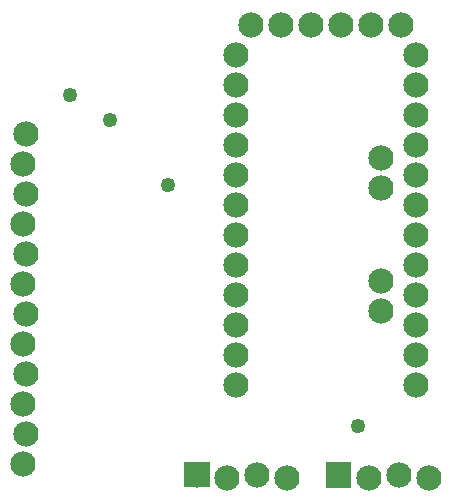
<source format=gts>
G04 MADE WITH FRITZING*
G04 WWW.FRITZING.ORG*
G04 DOUBLE SIDED*
G04 HOLES PLATED*
G04 CONTOUR ON CENTER OF CONTOUR VECTOR*
%ASAXBY*%
%FSLAX23Y23*%
%MOIN*%
%OFA0B0*%
%SFA1.0B1.0*%
%ADD10C,0.049370*%
%ADD11C,0.084000*%
%ADD12R,0.001000X0.001000*%
%LNMASK1*%
G90*
G70*
G54D10*
X402Y1322D03*
X270Y1406D03*
X1230Y302D03*
X594Y1106D03*
G54D11*
X1371Y1641D03*
X1271Y1641D03*
X1171Y1641D03*
X1071Y1641D03*
X971Y1641D03*
X871Y1641D03*
X1306Y1096D03*
X1306Y1196D03*
X1306Y686D03*
X1306Y786D03*
X1421Y1541D03*
X1421Y1441D03*
X1421Y1341D03*
X1421Y1241D03*
X1421Y1141D03*
X1421Y1041D03*
X1421Y941D03*
X1421Y841D03*
X1421Y741D03*
X1421Y641D03*
X1421Y541D03*
X1421Y441D03*
X821Y441D03*
X821Y541D03*
X821Y641D03*
X821Y741D03*
X821Y841D03*
X821Y941D03*
X821Y1041D03*
X821Y1141D03*
X821Y1241D03*
X821Y1341D03*
X821Y1441D03*
X821Y1541D03*
X121Y1276D03*
X113Y1176D03*
X121Y1076D03*
X113Y976D03*
X121Y876D03*
X113Y776D03*
X121Y676D03*
X113Y576D03*
X121Y476D03*
X113Y376D03*
X121Y276D03*
X113Y176D03*
X121Y1276D03*
X113Y1176D03*
X121Y1076D03*
X113Y976D03*
X121Y876D03*
X113Y776D03*
X121Y676D03*
X113Y576D03*
X121Y476D03*
X113Y376D03*
X121Y276D03*
X113Y176D03*
X692Y139D03*
X792Y129D03*
X892Y139D03*
X992Y129D03*
X692Y139D03*
X792Y129D03*
X892Y139D03*
X992Y129D03*
X1164Y138D03*
X1264Y128D03*
X1364Y138D03*
X1464Y128D03*
X1164Y138D03*
X1264Y128D03*
X1364Y138D03*
X1464Y128D03*
G54D12*
X650Y182D02*
X733Y182D01*
X650Y181D02*
X733Y181D01*
X1122Y181D02*
X1204Y181D01*
X650Y180D02*
X733Y180D01*
X1121Y180D02*
X1204Y180D01*
X650Y179D02*
X733Y179D01*
X1121Y179D02*
X1204Y179D01*
X650Y178D02*
X733Y178D01*
X1121Y178D02*
X1204Y178D01*
X650Y177D02*
X733Y177D01*
X1121Y177D02*
X1204Y177D01*
X650Y176D02*
X733Y176D01*
X1121Y176D02*
X1204Y176D01*
X650Y175D02*
X733Y175D01*
X1121Y175D02*
X1204Y175D01*
X650Y174D02*
X733Y174D01*
X1121Y174D02*
X1204Y174D01*
X650Y173D02*
X733Y173D01*
X1121Y173D02*
X1204Y173D01*
X650Y172D02*
X733Y172D01*
X1121Y172D02*
X1204Y172D01*
X650Y171D02*
X733Y171D01*
X1121Y171D02*
X1204Y171D01*
X650Y170D02*
X733Y170D01*
X1121Y170D02*
X1204Y170D01*
X650Y169D02*
X733Y169D01*
X1121Y169D02*
X1204Y169D01*
X650Y168D02*
X733Y168D01*
X1121Y168D02*
X1204Y168D01*
X650Y167D02*
X733Y167D01*
X1121Y167D02*
X1204Y167D01*
X650Y166D02*
X733Y166D01*
X1121Y166D02*
X1204Y166D01*
X650Y165D02*
X733Y165D01*
X1121Y165D02*
X1204Y165D01*
X650Y164D02*
X733Y164D01*
X1121Y164D02*
X1204Y164D01*
X650Y163D02*
X733Y163D01*
X1121Y163D02*
X1204Y163D01*
X650Y162D02*
X733Y162D01*
X1121Y162D02*
X1204Y162D01*
X650Y161D02*
X733Y161D01*
X1121Y161D02*
X1204Y161D01*
X650Y160D02*
X733Y160D01*
X1121Y160D02*
X1204Y160D01*
X650Y159D02*
X733Y159D01*
X1121Y159D02*
X1204Y159D01*
X650Y158D02*
X733Y158D01*
X1121Y158D02*
X1204Y158D01*
X650Y157D02*
X733Y157D01*
X1121Y157D02*
X1204Y157D01*
X650Y156D02*
X733Y156D01*
X1121Y156D02*
X1204Y156D01*
X650Y155D02*
X687Y155D01*
X695Y155D02*
X733Y155D01*
X1121Y155D02*
X1204Y155D01*
X650Y154D02*
X684Y154D01*
X698Y154D02*
X733Y154D01*
X1121Y154D02*
X1160Y154D01*
X1165Y154D02*
X1204Y154D01*
X650Y153D02*
X682Y153D01*
X700Y153D02*
X733Y153D01*
X1121Y153D02*
X1156Y153D01*
X1169Y153D02*
X1204Y153D01*
X650Y152D02*
X681Y152D01*
X701Y152D02*
X733Y152D01*
X1121Y152D02*
X1155Y152D01*
X1171Y152D02*
X1204Y152D01*
X650Y151D02*
X680Y151D01*
X702Y151D02*
X733Y151D01*
X1121Y151D02*
X1153Y151D01*
X1172Y151D02*
X1204Y151D01*
X650Y150D02*
X679Y150D01*
X703Y150D02*
X733Y150D01*
X1121Y150D02*
X1152Y150D01*
X1174Y150D02*
X1204Y150D01*
X650Y149D02*
X678Y149D01*
X704Y149D02*
X733Y149D01*
X1121Y149D02*
X1151Y149D01*
X1175Y149D02*
X1204Y149D01*
X650Y148D02*
X678Y148D01*
X705Y148D02*
X733Y148D01*
X1121Y148D02*
X1150Y148D01*
X1175Y148D02*
X1204Y148D01*
X650Y147D02*
X677Y147D01*
X705Y147D02*
X733Y147D01*
X1121Y147D02*
X1150Y147D01*
X1176Y147D02*
X1204Y147D01*
X650Y146D02*
X677Y146D01*
X706Y146D02*
X733Y146D01*
X1121Y146D02*
X1149Y146D01*
X1177Y146D02*
X1204Y146D01*
X650Y145D02*
X676Y145D01*
X706Y145D02*
X733Y145D01*
X1121Y145D02*
X1148Y145D01*
X1177Y145D02*
X1204Y145D01*
X650Y144D02*
X676Y144D01*
X706Y144D02*
X733Y144D01*
X1121Y144D02*
X1148Y144D01*
X1178Y144D02*
X1204Y144D01*
X650Y143D02*
X676Y143D01*
X706Y143D02*
X733Y143D01*
X1121Y143D02*
X1148Y143D01*
X1178Y143D02*
X1204Y143D01*
X650Y142D02*
X676Y142D01*
X706Y142D02*
X733Y142D01*
X1121Y142D02*
X1148Y142D01*
X1178Y142D02*
X1204Y142D01*
X650Y141D02*
X676Y141D01*
X707Y141D02*
X733Y141D01*
X1121Y141D02*
X1147Y141D01*
X1178Y141D02*
X1204Y141D01*
X650Y140D02*
X676Y140D01*
X707Y140D02*
X733Y140D01*
X1121Y140D02*
X1147Y140D01*
X1178Y140D02*
X1204Y140D01*
X650Y139D02*
X676Y139D01*
X706Y139D02*
X733Y139D01*
X1121Y139D02*
X1147Y139D01*
X1178Y139D02*
X1204Y139D01*
X650Y138D02*
X676Y138D01*
X706Y138D02*
X733Y138D01*
X1121Y138D02*
X1147Y138D01*
X1178Y138D02*
X1204Y138D01*
X650Y137D02*
X676Y137D01*
X706Y137D02*
X733Y137D01*
X1121Y137D02*
X1148Y137D01*
X1178Y137D02*
X1204Y137D01*
X650Y136D02*
X676Y136D01*
X706Y136D02*
X733Y136D01*
X1121Y136D02*
X1148Y136D01*
X1178Y136D02*
X1204Y136D01*
X650Y135D02*
X677Y135D01*
X706Y135D02*
X733Y135D01*
X1121Y135D02*
X1148Y135D01*
X1178Y135D02*
X1204Y135D01*
X650Y134D02*
X677Y134D01*
X705Y134D02*
X733Y134D01*
X1121Y134D02*
X1148Y134D01*
X1177Y134D02*
X1204Y134D01*
X650Y133D02*
X678Y133D01*
X705Y133D02*
X733Y133D01*
X1121Y133D02*
X1149Y133D01*
X1177Y133D02*
X1204Y133D01*
X650Y132D02*
X678Y132D01*
X704Y132D02*
X733Y132D01*
X1121Y132D02*
X1149Y132D01*
X1177Y132D02*
X1204Y132D01*
X650Y131D02*
X679Y131D01*
X703Y131D02*
X733Y131D01*
X1121Y131D02*
X1150Y131D01*
X1176Y131D02*
X1204Y131D01*
X650Y130D02*
X680Y130D01*
X702Y130D02*
X733Y130D01*
X1121Y130D02*
X1150Y130D01*
X1175Y130D02*
X1204Y130D01*
X650Y129D02*
X681Y129D01*
X701Y129D02*
X733Y129D01*
X1121Y129D02*
X1151Y129D01*
X1174Y129D02*
X1204Y129D01*
X650Y128D02*
X682Y128D01*
X700Y128D02*
X733Y128D01*
X1121Y128D02*
X1152Y128D01*
X1173Y128D02*
X1204Y128D01*
X650Y127D02*
X684Y127D01*
X698Y127D02*
X733Y127D01*
X1121Y127D02*
X1154Y127D01*
X1172Y127D02*
X1204Y127D01*
X650Y126D02*
X686Y126D01*
X696Y126D02*
X733Y126D01*
X1121Y126D02*
X1155Y126D01*
X1171Y126D02*
X1204Y126D01*
X650Y125D02*
X733Y125D01*
X1121Y125D02*
X1157Y125D01*
X1168Y125D02*
X1204Y125D01*
X650Y124D02*
X733Y124D01*
X1121Y124D02*
X1204Y124D01*
X650Y123D02*
X733Y123D01*
X1121Y123D02*
X1204Y123D01*
X650Y122D02*
X733Y122D01*
X1121Y122D02*
X1204Y122D01*
X650Y121D02*
X733Y121D01*
X1121Y121D02*
X1204Y121D01*
X650Y120D02*
X733Y120D01*
X1121Y120D02*
X1204Y120D01*
X650Y119D02*
X733Y119D01*
X1121Y119D02*
X1204Y119D01*
X650Y118D02*
X733Y118D01*
X1121Y118D02*
X1204Y118D01*
X650Y117D02*
X733Y117D01*
X1121Y117D02*
X1204Y117D01*
X650Y116D02*
X733Y116D01*
X1121Y116D02*
X1204Y116D01*
X650Y115D02*
X733Y115D01*
X1121Y115D02*
X1204Y115D01*
X650Y114D02*
X733Y114D01*
X1121Y114D02*
X1204Y114D01*
X650Y113D02*
X733Y113D01*
X1121Y113D02*
X1204Y113D01*
X650Y112D02*
X733Y112D01*
X1121Y112D02*
X1204Y112D01*
X650Y111D02*
X733Y111D01*
X1121Y111D02*
X1204Y111D01*
X650Y110D02*
X733Y110D01*
X1121Y110D02*
X1204Y110D01*
X650Y109D02*
X733Y109D01*
X1121Y109D02*
X1204Y109D01*
X650Y108D02*
X733Y108D01*
X1121Y108D02*
X1204Y108D01*
X650Y107D02*
X733Y107D01*
X1121Y107D02*
X1204Y107D01*
X650Y106D02*
X733Y106D01*
X1121Y106D02*
X1204Y106D01*
X650Y105D02*
X733Y105D01*
X1121Y105D02*
X1204Y105D01*
X650Y104D02*
X733Y104D01*
X1121Y104D02*
X1204Y104D01*
X650Y103D02*
X733Y103D01*
X1121Y103D02*
X1204Y103D01*
X650Y102D02*
X733Y102D01*
X1121Y102D02*
X1204Y102D01*
X650Y101D02*
X733Y101D01*
X1121Y101D02*
X1204Y101D01*
X650Y100D02*
X733Y100D01*
X1121Y100D02*
X1204Y100D01*
X650Y99D02*
X733Y99D01*
X1121Y99D02*
X1204Y99D01*
X1121Y98D02*
X1204Y98D01*
D02*
G04 End of Mask1*
M02*
</source>
